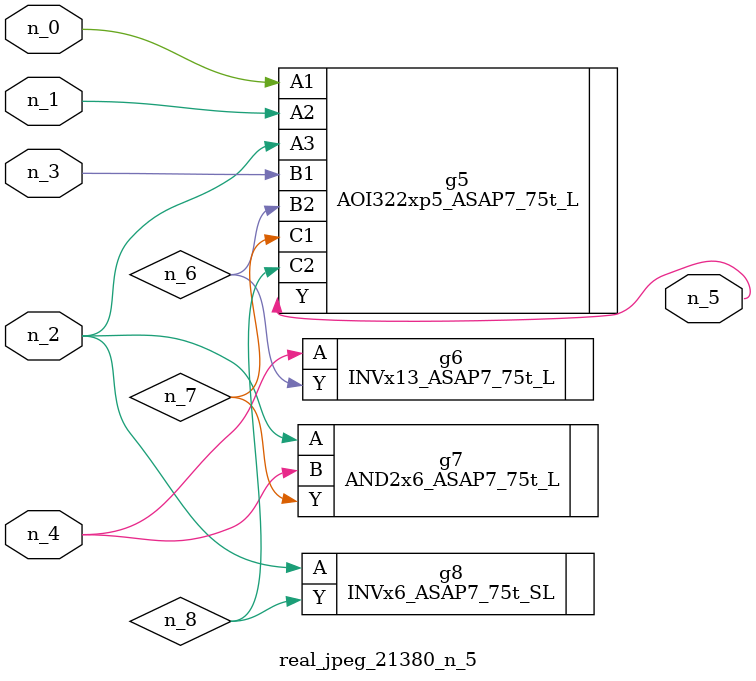
<source format=v>
module real_jpeg_21380_n_5 (n_4, n_0, n_1, n_2, n_3, n_5);

input n_4;
input n_0;
input n_1;
input n_2;
input n_3;

output n_5;

wire n_8;
wire n_6;
wire n_7;

AOI322xp5_ASAP7_75t_L g5 ( 
.A1(n_0),
.A2(n_1),
.A3(n_2),
.B1(n_3),
.B2(n_6),
.C1(n_7),
.C2(n_8),
.Y(n_5)
);

AND2x6_ASAP7_75t_L g7 ( 
.A(n_2),
.B(n_4),
.Y(n_7)
);

INVx6_ASAP7_75t_SL g8 ( 
.A(n_2),
.Y(n_8)
);

INVx13_ASAP7_75t_L g6 ( 
.A(n_4),
.Y(n_6)
);


endmodule
</source>
